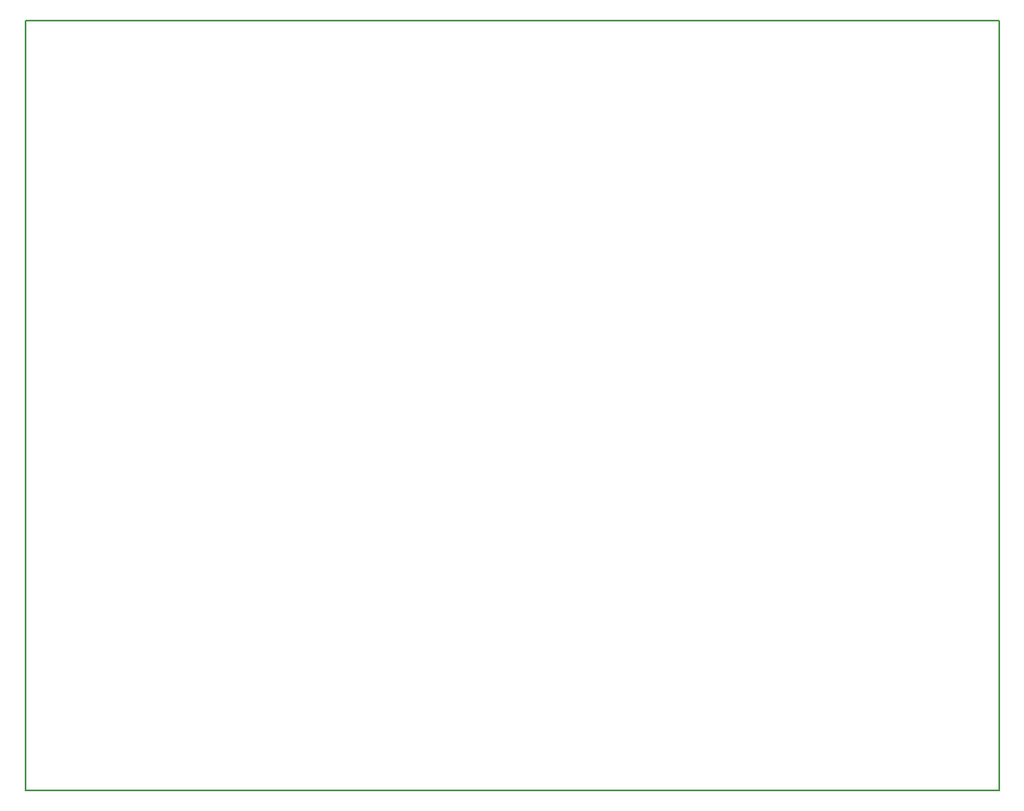
<source format=gm1>
%FSTAX23Y23*%
%MOMM*%
%SFA1B1*%

%IPPOS*%
%ADD10C,0.200000*%
%LNksz8851-1*%
%LPD*%
G54D10*
X0Y79124D02*
X99999D01*
X0Y0D02*
Y79124D01*
Y0D02*
X99999D01*
Y79124*
M02*
</source>
